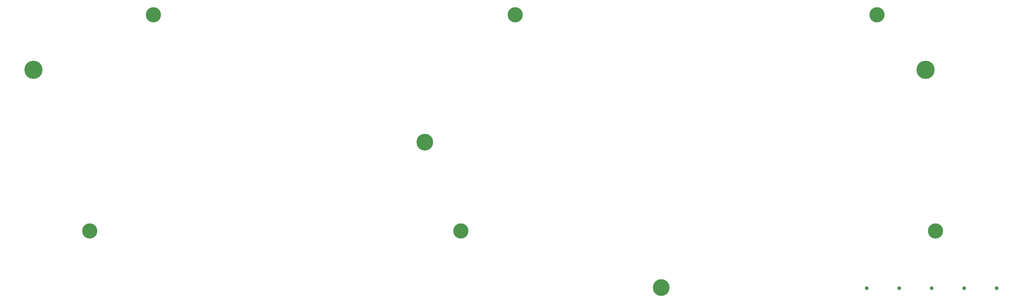
<source format=gbr>
%TF.GenerationSoftware,KiCad,Pcbnew,(5.1.9)-1*%
%TF.CreationDate,2021-04-22T03:29:06+09:00*%
%TF.ProjectId,topplate,746f7070-6c61-4746-952e-6b696361645f,4*%
%TF.SameCoordinates,Original*%
%TF.FileFunction,Soldermask,Top*%
%TF.FilePolarity,Negative*%
%FSLAX46Y46*%
G04 Gerber Fmt 4.6, Leading zero omitted, Abs format (unit mm)*
G04 Created by KiCad (PCBNEW (5.1.9)-1) date 2021-04-22 03:29:06*
%MOMM*%
%LPD*%
G01*
G04 APERTURE LIST*
%ADD10C,1.000000*%
%ADD11C,4.000000*%
%ADD12C,4.400000*%
%ADD13C,4.800000*%
G04 APERTURE END LIST*
D10*
%TO.C,5*%
X348809000Y-185441000D03*
%TD*%
%TO.C,4*%
X340243000Y-185441000D03*
%TD*%
%TO.C,3*%
X331677000Y-185441000D03*
%TD*%
%TO.C,2*%
X323111000Y-185441000D03*
%TD*%
%TO.C,1*%
X314544000Y-185441000D03*
%TD*%
D11*
%TO.C,HOLE7*%
X126775000Y-113400000D03*
%TD*%
%TO.C,HOLE8*%
X110000000Y-170300000D03*
%TD*%
%TO.C,HOLE9*%
X317275000Y-113400000D03*
%TD*%
%TO.C,HOLE10*%
X332650000Y-170300000D03*
%TD*%
%TO.C,HOLE11*%
X222025000Y-113400000D03*
%TD*%
%TO.C,HOLE12*%
X207738000Y-170300000D03*
%TD*%
D12*
%TO.C,HOLE4*%
X260500000Y-185199840D03*
%TD*%
%TO.C,HOLE3*%
X198200000Y-146999840D03*
%TD*%
D13*
%TO.C,HOLE2*%
X330050000Y-127909840D03*
%TD*%
%TO.C,HOLE1*%
X95200000Y-127899840D03*
%TD*%
M02*

</source>
